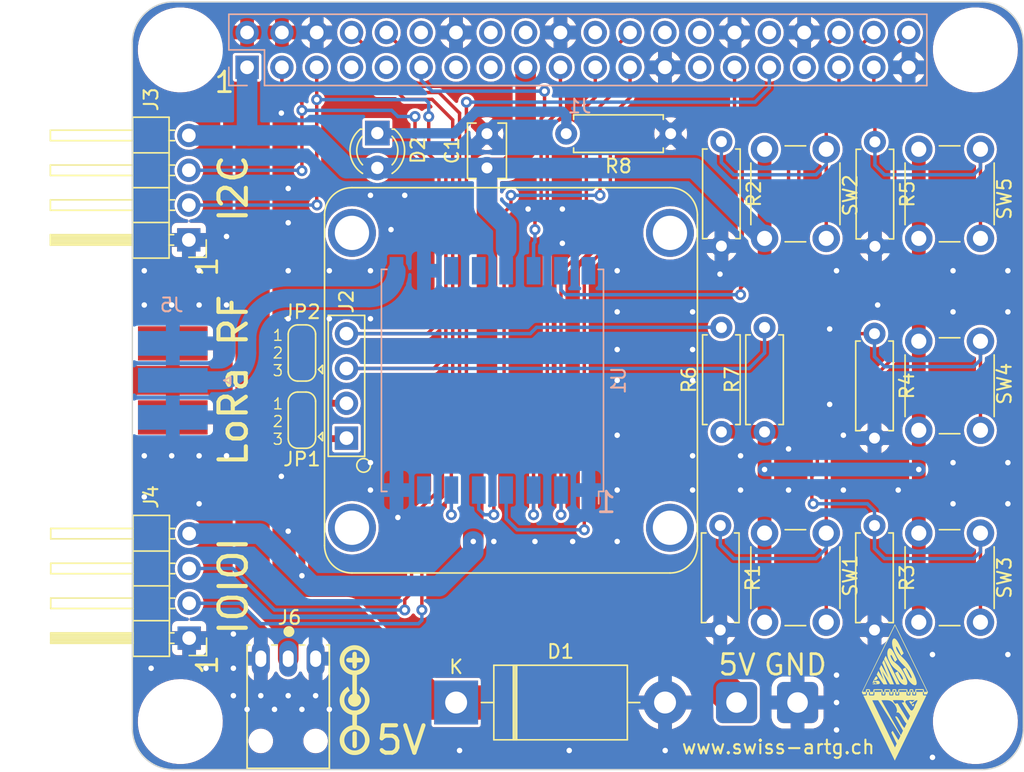
<source format=kicad_pcb>
(kicad_pcb (version 20221018) (generator pcbnew)
  (layers (0 "F.Cu" signal) (31 "B.Cu" signal) (34 "B.Paste" user) (35 "F.Paste" user) (36 "B.SilkS" user "B.Silkscreen") (37 "F.SilkS" user "F.Silkscreen") (38 "B.Mask" user) (39 "F.Mask" user) (44 "Edge.Cuts" user))
  (net 0 "")
  (net 1 "+3V3")
  (net 2 "+5V")
  (net 3 "SDA")
  (net 4 "Net-(D2-K)")
  (net 5 "SCL")
  (net 6 "GND")
  (net 8 "TX")
  (net 9 "SW4")
  (net 10 "RX")
  (net 12 "DID0")
  (net 13 "SW3")
  (net 16 "SW5")
  (net 18 "MOSI")
  (net 19 "SW2")
  (net 20 "MISO")
  (net 22 "SCK")
  (net 23 "CS")
  (net 24 "SW1")
  (net 28 "DID1")
  (net 30 "RESET")
  (net 34 "Net-(J5-In)")
  (net 37 "DP1")
  (net 38 "DP2")
  (footprint "RPi_Hat:RPi_Hat_Mounting_Hole" (layer "F.Cu") (at 171.900001 75.5)
    (fp_text reference "" hide)
    (fp_text value "" hide)
  )
  (footprint "RPi_Hat:RPi_Hat_Mounting_Hole" (layer "F.Cu") (at 113.900001 75.5)
    (fp_text reference "" hide)
    (fp_text value "" hide)
  )
  (footprint "RPi_Hat:RPi_Hat_Mounting_Hole" (layer "F.Cu") (at 113.900001 124.5)
    (fp_text reference "" hide)
    (fp_text value "" hide)
  )
  (footprint "RPi_Hat:RPi_Hat_Mounting_Hole" (layer "F.Cu") (at 171.900001 124.5)
    (fp_text reference "" hide)
    (fp_text value "" hide)
  )
  (footprint "Footprints:PJ-036DH" (layer "F.Cu") (at 121.77 119.9125 90)
    (fp_text reference "J6")
    (fp_text value "PJ-036DH")
  )
  (footprint "Diode_THT:D_DO-201AD_P15.24mm_Horizontal" (layer "F.Cu") (at 134.02 123.11)
    (fp_text reference "D1")
    (fp_text value "EGP30A")
  )
  (footprint "Footprints:R_Axial_DIN0207_L6.3mm_D2.5mm_P7.62mm_Horizontal" (layer "F.Cu") (at 164.57 82.21 -90)
    (fp_text reference "R5")
    (fp_text value "10k")
  )
  (footprint "Footprints:SwissARTG" (layer "F.Cu") (at 166.02 122.36)
    (fp_text reference "G***" hide)
    (fp_text value "LOGO" hide)
  )
  (footprint "Jumper:SolderJumper-3_P1.3mm_Open_RoundedPad1.0x1.5mm" (layer "F.Cu") (at 122.77 97.61 90)
    (fp_text reference "JP2")
    (fp_text value "Jumper_3_Bridged12")
  )
  (footprint "Button_Switch_THT:SW_PUSH_6mm_H4.3mm" (layer "F.Cu") (at 167.77 89.25 90)
    (fp_text reference "SW5")
    (fp_text value "SW_Push")
  )
  (footprint "Capacitor_THT:C_Disc_D3.8mm_W2.6mm_P2.50mm" (layer "F.Cu") (at 136.27 84.11 90)
    (fp_text reference "C1")
    (fp_text value "0.1µ")
  )
  (footprint "Footprints:R_Axial_DIN0207_L6.3mm_D2.5mm_P7.62mm_Horizontal" (layer "F.Cu") (at 164.54 96.2 -90)
    (fp_text reference "R4")
    (fp_text value "10k")
  )
  (footprint "Footprints:R_Axial_DIN0207_L6.3mm_D2.5mm_P7.62mm_Horizontal" (layer "F.Cu") (at 153.37 82.19 -90)
    (fp_text reference "R2")
    (fp_text value "10k")
  )
  (footprint "Footprints:OLED_Display" (layer "F.Cu") (at 126.02 96.2)
    (fp_text reference "J2")
    (fp_text value "OLED Display")
  )
  (footprint "Button_Switch_THT:SW_PUSH_6mm_H4.3mm" (layer "F.Cu") (at 156.52 117.25 90)
    (fp_text reference "SW1")
    (fp_text value "SW_Push")
  )
  (footprint "Footprints:R_Axial_DIN0207_L6.3mm_D2.5mm_P7.62mm_Horizontal" (layer "F.Cu") (at 156.52 103.37 90)
    (fp_text reference "R7")
    (fp_text value "10k")
  )
  (footprint "Jumper:SolderJumper-3_P1.3mm_Open_RoundedPad1.0x1.5mm" (layer "F.Cu") (at 122.77 102.51 90)
    (fp_text reference "JP1")
    (fp_text value "Jumper_3_Bridged12")
  )
  (footprint "Footprints:SolderWire" (layer "F.Cu") (at 158.927745 123.11 180)
    (fp_text reference "J8" hide)
    (fp_text value "Conn_01x01_Female")
  )
  (footprint "Button_Switch_THT:SW_PUSH_6mm_H4.3mm" (layer "F.Cu") (at 156.52 89.25 90)
    (fp_text reference "SW2")
    (fp_text value "SW_Push")
  )
  (footprint "Footprints:SolderWire" (layer "F.Cu") (at 154.477745 123.11 180)
    (fp_text reference "J7" hide)
    (fp_text value "Conn_01x01_Female")
  )
  (footprint "Footprints:R_Axial_DIN0207_L6.3mm_D2.5mm_P7.62mm_Horizontal" (layer "F.Cu") (at 153.29 110.2 -90)
    (fp_text reference "R1")
    (fp_text value "10k")
  )
  (footprint "Footprints:R_Axial_DIN0207_L6.3mm_D2.5mm_P7.62mm_Horizontal" (layer "F.Cu") (at 153.37 103.37 90)
    (fp_text reference "R6")
    (fp_text value "10k")
  )
  (footprint "Connector_PinHeader_2.54mm:PinHeader_1x04_P2.54mm_Horizontal" (layer "F.Cu") (at 114.545 118.41 180)
    (fp_text reference "J4")
    (fp_text value "Ext")
  )
  (footprint "Footprints:R_Axial_DIN0207_L6.3mm_D2.5mm_P7.62mm_Horizontal" (layer "F.Cu") (at 149.67 81.61 180)
    (fp_text reference "R8")
    (fp_text value "150")
  )
  (footprint "Footprints:LED_D3.0mm" (layer "F.Cu") (at 128.27 81.57 -90)
    (fp_text reference "D2")
    (fp_text value "PWR")
  )
  (footprint "Button_Switch_THT:SW_PUSH_6mm_H4.3mm" (layer "F.Cu") (at 167.77 103.25 90)
    (fp_text reference "SW4")
    (fp_text value "SW_Push")
  )
  (footprint "Connector_PinHeader_2.54mm:PinHeader_1x04_P2.54mm_Horizontal" (layer "F.Cu") (at 114.52 89.36 180)
    (fp_text reference "J3")
    (fp_text value "Ext")
  )
  (footprint "Footprints:R_Axial_DIN0207_L6.3mm_D2.5mm_P7.62mm_Horizontal" (layer "F.Cu") (at 164.54 110.2 -90)
    (fp_text reference "R3")
    (fp_text value "10k")
  )
  (footprint "Button_Switch_THT:SW_PUSH_6mm_H4.3mm" (layer "F.Cu") (at 167.77 117.25 90)
    (fp_text reference "SW3")
    (fp_text value "SW_Push")
  )
  (footprint "Footprints:Polarisation" (layer "F.Cu") (at 127.02 122.86 90)
    (fp_text reference "G***" hide)
    (fp_text value "LOGO" hide)
  )
  (footprint "Connector_PinSocket_2.54mm:PinSocket_2x20_P2.54mm_Vertical" (layer "B.Cu") (at 118.77 76.77 -90)
    (fp_text reference "J1")
    (fp_text value "GPIO")
  )
  (footprint "RF_Module:HOPERF_RFM9XW_SMD" (layer "B.Cu") (at 136.67 99.61 90)
    (fp_text reference "U1")
    (fp_text value "RFM96W-433S2")
  )
  (footprint "Footprints:SMA_RFSolutions_EDGE" (layer "B.Cu") (at 115.07 99.61)
    (fp_text reference "J5")
    (fp_text value "LoRa RF SMA")
  )
  (gr_circle (center 127.27 105.81) (end 127.77 105.81) (stroke (width 0.12)) (fill none) (layer "F.SilkS"))
  (gr_arc (start 113.400001 128) (mid 111.278681 127.12132) (end 110.400001 125) (stroke (width 0.1)) (layer "Edge.Cuts"))
  (gr_arc (start 175.400001 125) (mid 174.521321 127.12132) (end 172.400001 128) (stroke (width 0.1)) (layer "Edge.Cuts"))
  (gr_arc (start 110.400001 75) (mid 111.278681 72.87868) (end 113.400001 72) (stroke (width 0.1)) (layer "Edge.Cuts"))
  (gr_line (start 113.400001 72) (end 172.400001 72) (stroke (width 0.1)) (layer "Edge.Cuts"))
  (gr_arc (start 172.400001 72) (mid 174.521321 72.87868) (end 175.400001 75) (stroke (width 0.1)) (layer "Edge.Cuts"))
  (gr_line (start 113.400001 128) (end 172.400001 128) (stroke (width 0.1)) (layer "Edge.Cuts"))
  (gr_line (start 110.400001 75) (end 110.400001 125) (stroke (width 0.1)) (layer "Edge.Cuts"))
  (gr_line (start 175.400001 75) (end 175.400001 125) (stroke (width 0.1)) (layer "Edge.Cuts"))
  (gr_text "1" (at 144.97 108.51) (layer "B.SilkS") (effects (font (size 1.5 1.5) (thickness 0.2)) (justify mirror)))
  (gr_text "IOIOI" (at 117.77 114.61 90) (layer "F.SilkS") (effects (font (size 2 2) (thickness 0.3))))
  (gr_text "1\n2\n3" (at 121.02 97.61) (layer "F.SilkS") (effects (font (size 0.8 0.8) (thickness 0.1))))
  (gr_text "I2C" (at 117.77 85.61 90) (layer "F.SilkS") (effects (font (size 2 2) (thickness 0.3))))
  (gr_text "5V" (at 130.02 125.86) (layer "F.SilkS") (effects (font (size 2 2) (thickness 0.3))))
  (gr_text "GND" (at 158.77 120.36) (layer "F.SilkS") (effects (font (size 1.5 1.5) (thickness 0.2))))
  (gr_text "1\n2\n3" (at 121.02 102.61) (layer "F.SilkS") (effects (font (size 0.8 0.8) (thickness 0.1))))
  (gr_text "LoRa RF" (at 117.77 99.61 90) (layer "F.SilkS") (effects (font (size 2 2) (thickness 0.3))))
  (gr_text "www.swiss-artg.ch" (at 157.52 126.36) (layer "F.SilkS") (effects (font (size 1 1))))
  (gr_text "1" (at 117.12 77.86) (layer "F.SilkS") (effects (font (size 1.5 1.5) (thickness 0.2))))
  (gr_text "5V" (at 154.52 120.36) (layer "F.SilkS") (effects (font (size 1.5 1.5) (thickness 0.2))))
  (gr_text "1" (at 115.87 91.31 90) (layer "F.SilkS") (effects (font (size 1.5 1.5) (thickness 0.2))))
  (gr_text "1" (at 115.87 120.36 90) (layer "F.SilkS") (effects (font (size 1.5 1.5) (thickness 0.2))))
  (segment (start 156.52 110.75) (end 156.52 117.25) (width 1) (layer "F.Cu") (net 1))
  (segment (start 167.77 82.75) (end 167.77 89.25) (width 1) (layer "F.Cu") (net 1))
  (segment (start 121.920978 96.31) (end 121.27 96.960978) (width 0.5) (layer "F.Cu") (net 1))
  (segment (start 137.77 84.11) (end 139.09 82.79) (width 1.5) (layer "F.Cu") (net 1))
  (segment (start 167.77 103.25) (end 167.77 110.75) (width 1) (layer "F.Cu") (net 1))
  (segment (start 121.27 103.11) (end 121.97 103.81) (width 0.5) (layer "F.Cu") (net 1))
  (segment (start 139.09 82.79) (end 139.09 76.77) (width 1.5) (layer "F.Cu") (net 1))
  (segment (start 158.02 103.36) (end 156.52 103.36) (width 1) (layer "F.Cu") (net 1))
  (segment (start 156.52 106.11) (end 156.52 103.36) (width 1) (layer "F.Cu") (net 1))
  (segment (start 167.77 110.75) (end 167.77 117.25) (width 1) (layer "F.Cu") (net 1))
  (segment (start 121.27 96.960978) (end 121.27 103.11) (width 0.5) (layer "F.Cu") (net 1))
  (segment (start 122.77 103.81) (end 122.77 113.86) (width 0.5) (layer "F.Cu") (net 1))
  (segment (start 156.52 89.25) (end 156.52 91.86) (width 1) (layer "F.Cu") (net 1))
  (segment (start 122.77 96.31) (end 121.920978 96.31) (width 0.5) (layer "F.Cu") (net 1))
  (segment (start 167.77 89.25) (end 167.77 96.75) (width 1) (layer "F.Cu") (net 1))
  (segment (start 121.97 103.81) (end 122.77 103.81) (width 0.5) (layer "F.Cu") (net 1))
  (segment (start 136.27 101.61) (end 135.27 102.61) (width 1.5) (layer "F.Cu") (net 1))
  (segment (start 156.52 110.75) (end 156.52 106.11) (width 1) (layer "F.Cu") (net 1))
  (segment (start 159.02 102.36) (end 158.02 103.36) (width 1) (layer "F.Cu") (net 1))
  (segment (start 135.27 111.36) (end 135.27 102.61) (width 1.5) (layer "F.Cu") (net 1))
  (segment (start 156.52 91.86) (end 159.02 94.36) (width 1) (layer "F.Cu") (net 1))
  (segment (start 156.52 103.36) (end 153.37 103.36) (width 1) (layer "F.Cu") (net 1))
  (segment (start 136.27 84.11) (end 136.27 101.61) (width 1.5) (layer "F.Cu") (net 1))
  (segment (start 159.02 94.36) (end 159.02 102.36) (width 1) (layer "F.Cu") (net 1))
  (segment (start 167.77 96.75) (end 167.77 103.25) (width 1) (layer "F.Cu") (net 1))
  (segment (start 137.77 84.11) (end 136.27 84.11) (width 1.5) (layer "F.Cu") (net 1))
  (segment (start 156.52 82.75) (end 156.52 89.25) (width 1) (layer "F.Cu") (net 1))
  (via (at 156.52 106.11) (size 0.8) (drill 0.4) (layers "F.Cu" "B.Cu") (net 1))
  (via (at 122.77 113.86) (size 0.8) (drill 0.4) (layers "F.Cu" "B.Cu") (net 1))
  (via (at 167.77 106.11) (size 0.8) (drill 0.4) (layers "F.Cu" "B.Cu") (net 1))
  (via (at 135.27 111.36) (size 0.8) (drill 0.4) (layers "F.Cu" "B.Cu") (net 1))
  (segment (start 122.77 113.86) (end 123.52 114.61) (width 1.5) (layer "B.Cu") (net 1))
  (segment (start 151.395 84.125) (end 156.52 89.25) (width 1.5) (layer "B.Cu") (net 1))
  (segment (start 136.285 84.125) (end 151.395 84.125) (width 1.5) (layer "B.Cu") (net 1))
  (segment (start 136.27 86.91) (end 136.27 84.11) (width 1.5) (layer "B.Cu") (net 1))
  (segment (start 114.545 110.79) (end 119.7 110.79) (width 1.5) (layer "B.Cu") (net 1))
  (segment (start 119.7 110.79) (end 122.77 113.86) (width 1.5) (layer "B.Cu") (net 1))
  (segment (start 126.035 84.125) (end 127.77 84.125) (width 1.5) (layer "B.Cu") (net 1))
  (segment (start 123.52 114.61) (end 132.77 114.61) (width 1.5) (layer "B.Cu") (net 1))
  (segment (start 123.65 81.74) (end 126.035 84.125) (width 1.5) (layer "B.Cu") (net 1))
  (segment (start 114.52 81.74) (end 118.89 81.74) (width 1.5) (layer "B.Cu") (net 1))
  (segment (start 156.52 106.11) (end 167.77 106.11) (width 1) (layer "B.Cu") (net 1))
  (segment (start 137.67 88.31) (end 137.67 90.01) (width 1.5) (layer "B.Cu") (net 1))
  (segment (start 136.27 84.14) (end 136.285 84.125) (width 1.5) (layer "B.Cu") (net 1))
  (segment (start 136.27 86.91) (end 137.67 88.31) (width 1.5) (layer "B.Cu") (net 1))
  (segment (start 137.67 91.61) (end 137.67 90.01) (width 0.75) (layer "B.Cu") (net 1))
  (segment (start 118.77 81.62) (end 118.77 76.77) (width 1.5) (layer "B.Cu") (net 1))
  (segment (start 135.035 84.125) (end 136.285 84.125) (width 1.5) (layer "B.Cu") (net 1))
  (segment (start 118.89 81.74) (end 123.65 81.74) (width 1.5) (layer "B.Cu") (net 1))
  (segment (start 118.89 81.74) (end 118.77 81.62) (width 1.5) (layer "B.Cu") (net 1))
  (segment (start 132.77 114.61) (end 135.27 112.11) (width 1.5) (layer "B.Cu") (net 1))
  (segment (start 127.77 84.125) (end 135.035 84.125) (width 1.5) (layer "B.Cu") (net 1))
  (segment (start 135.27 112.11) (end 135.27 111.36) (width 1.5) (layer "B.Cu") (net 1))
  (segment (start 141.27 123.11) (end 144.77 119.61) (width 2.5) (layer "F.Cu") (net 2))
  (segment (start 144.77 119.61) (end 150.977745 119.61) (width 2.5) (layer "F.Cu") (net 2))
  (segment (start 121.47 116.86) (end 126.02 116.86) (width 2.5) (layer "F.Cu") (net 2))
  (segment (start 119.17 114.56) (end 121.47 116.86) (width 2.5) (layer "F.Cu") (net 2))
  (segment (start 121.77 117.16) (end 121.47 116.86) (width 1.5) (layer "F.Cu") (net 2))
  (segment (start 126.02 116.86) (end 132.27 123.11) (width 2.5) (layer "F.Cu") (net 2))
  (segment (start 121.77 119.9125) (end 121.77 117.16) (width 1.5) (layer "F.Cu") (net 2))
  (segment (start 132.27 123.11) (end 134.02 123.11) (width 2.5) (layer "F.Cu") (net 2))
  (segment (start 150.977745 119.61) (end 154.477745 123.11) (width 2.5) (layer "F.Cu") (net 2))
  (segment (start 119.17 80.01) (end 119.17 114.56) (width 2.5) (layer "F.Cu") (net 2))
  (segment (start 134.02 123.11) (end 141.27 123.11) (width 2.5) (layer "F.Cu") (net 2))
  (segment (start 132.77 84.61) (end 132.77 95.36) (width 0.25) (layer "F.Cu") (net 3))
  (segment (start 122.77 79.91) (end 122.77 84.11) (width 0.25) (layer "F.Cu") (net 3))
  (segment (start 131.02 80.36) (end 131.02 82.86) (width 0.25) (layer "F.Cu") (net 3))
  (segment (start 131.02 82.86) (end 132.77 84.61) (width 0.25) (layer "F.Cu") (net 3))
  (segment (start 121.31 77.9) (end 122.77 79.36) (width 0.25) (layer "F.Cu") (net 3))
  (segment (start 122.77 79.36) (end 122.77 79.91) (width 0.25) (layer "F.Cu") (net 3))
  (segment (start 121.31 76.77) (end 121.31 77.9) (width 0.25) (layer "F.Cu") (net 3))
  (segment (start 131.93 96.2) (end 126.02 96.2) (width 0.25) (layer "F.Cu") (net 3))
  (segment (start 132.77 95.36) (end 131.93 96.2) (width 0.25) (layer "F.Cu") (net 3))
  (via (at 131.02 80.36) (size 0.8) (drill 0.4) (layers "F.Cu" "B.Cu") (net 3))
  (via (at 122.77 79.91) (size 0.8) (drill 0.4) (layers "F.Cu" "B.Cu") (net 3))
  (via (at 122.77 84.31) (size 0.8) (drill 0.4) (layers "F.Cu" "B.Cu") (net 3))
  (segment (start 139.89 95.74) (end 153.37 95.74) (width 0.25) (layer "B.Cu") (net 3))
  (segment (start 122.74 84.28) (end 114.52 84.28) (width 0.25) (layer "B.Cu") (net 3))
  (segment (start 129.32 79.91) (end 129.77 80.36) (width 0.25) (layer "B.Cu") (net 3))
  (segment (start 122.77 79.91) (end 129.32 79.91) (width 0.25) (layer "B.Cu") (net 3))
  (segment (start 122.77 84.31) (end 122.74 84.28) (width 0.25) (layer "B.Cu") (net 3))
  (segment (start 139.43 96.2) (end 139.89 95.74) (width 0.25) (layer "B.Cu") (net 3))
  (segment (start 129.77 80.36) (end 131.02 80.36) (width 0.25) (layer "B.Cu") (net 3))
  (segment (start 126.02 96.2) (end 139.43 96.2) (width 0.25) (layer "B.Cu") (net 3))
  (segment (start 133.895 81.585) (end 135.47 80.01) (width 0.75) (layer "B.Cu") (net 4))
  (segment (start 142.07 80.31) (end 142.06 80.32) (width 0.75) (layer "B.Cu") (net 4))
  (segment (start 141.77 80.01) (end 142.07 80.31) (width 0.75) (layer "B.Cu") (net 4))
  (segment (start 135.47 80.01) (end 141.77 80.01) (width 0.75) (layer "B.Cu") (net 4))
  (segment (start 142.06 80.32) (end 142.06 81.61) (width 0.75) (layer "B.Cu") (net 4))
  (segment (start 128.27 81.585) (end 133.895 81.585) (width 0.75) (layer "B.Cu") (net 4))
  (segment (start 132.02 83.11) (end 133.27 84.36) (width 0.25) (layer "F.Cu") (net 5))
  (segment (start 123.85 86.79) (end 123.87 86.81) (width 0.25) (layer "F.Cu") (net 5))
  (segment (start 123.85 76.77) (end 123.85 79.13) (width 0.25) (layer "F.Cu") (net 5))
  (segment (start 123.85 79.13) (end 123.85 86.79) (width 0.25) (layer "F.Cu") (net 5))
  (segment (start 132.39 98.74) (end 126.02 98.74) (width 0.25) (layer "F.Cu") (net 5))
  (segment (start 133.27 84.36) (end 133.27 97.86) (width 0.25) (layer "F.Cu") (net 5))
  (segment (start 133.27 97.86) (end 132.39 98.74) (width 0.25) (layer "F.Cu") (net 5))
  (segment (start 132.02 80.36) (end 132.02 83.11) (width 0.25) (layer "F.Cu") (net 5))
  (via (at 123.87 86.81) (size 0.8) (drill 0.4) (layers "F.Cu" "B.Cu") (net 5))
  (via (at 132.02 80.36) (size 0.8) (drill 0.4) (layers "F.Cu" "B.Cu") (net 5))
  (via (at 123.85 79.13) (size 0.8) (drill 0.4) (layers "F.Cu" "B.Cu") (net 5))
  (segment (start 129.29 79.13) (end 131.79 79.13) (width 0.25) (layer "B.Cu") (net 5))
  (segment (start 131.79 79.13) (end 132.02 79.36) (width 0.25) (layer "B.Cu") (net 5))
  (segment (start 126.02 98.74) (end 134.64 98.74) (width 0.25) (layer "B.Cu") (net 5))
  (segment (start 132.02 79.36) (end 132.02 80.36) (width 0.25) (layer "B.Cu") (net 5))
  (segment (start 134.64 98.74) (end 155.39 98.74) (width 0.25) (layer "B.Cu") (net 5))
  (segment (start 123.87 79.11) (end 123.85 79.13) (width 0.25) (layer "B.Cu") (net 5))
  (segment (start 155.39 98.74) (end 156.52 97.61) (width 0.25) (layer "B.Cu") (net 5))
  (segment (start 156.52 97.61) (end 156.52 95.74) (width 0.25) (layer "B.Cu") (net 5))
  (segment (start 123.87 86.81) (end 123.86 86.82) (width 0.25) (layer "B.Cu") (net 5))
  (segment (start 123.85 79.13) (end 129.29 79.13) (width 0.25) (layer "B.Cu") (net 5))
  (segment (start 123.86 86.82) (end 114.52 86.82) (width 0.25) (layer "B.Cu") (net 5))
  (via (at 117.27 105.11) (size 0.8) (drill 0.4) (layers "F.Cu" "B.Cu") (net 6))
  (via (at 166.27 107.61) (size 0.8) (drill 0.4) (layers "F.Cu" "B.Cu") (net 6))
  (via (at 111.27 91.61) (size 0.8) (drill 0.4) (layers "F.Cu" "B.Cu") (net 6))
  (via (at 121.77 95.11) (size 0.8) (drill 0.4) (layers "F.Cu" "B.Cu") (net 6))
  (via (at 121.77 110.61) (size 0.8) (drill 0.4) (layers "F.Cu" "B.Cu") (net 6))
  (via (at 121.27 106.61) (size 0.8) (drill 0.4) (layers "F.Cu" "B.Cu") (net 6))
  (via (at 124.77 95.11) (size 0.8) (drill 0.4) (layers "F.Cu" "B.Cu") (net 6))
  (via (at 145.77 97.36) (size 0.8) (drill 0.4) (layers "F.Cu" "B.Cu") (net 6))
  (via (at 158.27 104.61) (size 0.8) (drill 0.4) (layers "F.Cu" "B.Cu") (net 6))
  (via (at 142.52 111.36) (size 0.8) (drill 0.4) (layers "F.Cu" "B.Cu") (net 6))
  (via (at 139.27 87.11) (size 0.8) (drill 0.4) (layers "F.Cu" "B.Cu") (net 6))
  (via (at 161.77 91.61) (size 0.8) (drill 0.4) (layers "F.Cu" "B.Cu") (net 6))
  (via (at 164.77 94.11) (size 0.8) (drill 0.4) (layers "F.Cu" "B.Cu") (net 6))
  (via (at 151.27 107.61) (size 0.8) (drill 0.4) (layers "F.Cu" "B.Cu") (net 6))
  (via (at 141.77 87.11) (size 0.8) (drill 0.4) (layers "F.Cu" "B.Cu") (net 6))
  (via (at 170.27 94.61) (size 0.8) (drill 0.4) (layers "F.Cu" "B.Cu") (net 6))
  (via (at 121.77 122.61) (size 0.8) (drill 0.4) (layers "F.Cu" "B.Cu") (net 6))
  (via (at 174.27 108.61) (size 0.8) (drill 0.4) (layers "F.Cu" "B.Cu") (net 6))
  (via (at 115.27 105.11) (size 0.8) (drill 0.4) (layers "F.Cu" "B.Cu") (net 6))
  (via (at 113.27 105.11) (size 0.8) (drill 0.4) (layers "F.Cu" "B.Cu") (net 6))
  (via (at 162.27 107.61) (size 0.8) (drill 0.4) (layers "F.Cu" "B.Cu") (net 6))
  (via (at 111.27 108.11) (size 0.8) (drill 0.4) (layers "F.Cu" "B.Cu") (net 6))
  (via (at 151.27 99.61) (size 0.8) (drill 0.4) (layers "F.Cu" "B.Cu") (net 6))
  (via (at 115.27 108.61) (size 0.8) (drill 0.4) (layers "F.Cu" "B.Cu") (net 6))
  (via (at 154.77 105.11) (size 0.8) (drill 0.4) (layers "F.Cu" "B.Cu") (net 6))
  (via (at 145.77 94.61) (size 0.8) (drill 0.4) (layers "F.Cu" "B.Cu") (net 6))
  (via (at 154.77 107.61) (size 0.8) (drill 0.4) (layers "F.Cu" "B.Cu") (net 6))
  (via (at 161.77 121.11) (size 0.8) (drill 0.4) (layers "F.Cu" "B.Cu") (net 6))
  (via (at 162.27 103.61) (size 0.8) (drill 0.4) (layers "F.Cu" "B.Cu") (net 6))
  (via (at 174.27 105.61) (size 0.8) (drill 0.4) (layers "F.Cu" "B.Cu") (net 6))
  (via (at 121.77 85.61) (size 0.8) (drill 0.4) (layers "F.Cu" "B.Cu") (net 6))
  (via (at 118.77 123.61) (size 0.8) (drill 0.4) (layers "F.Cu" "B.Cu") (net 6))
  (via (at 149.27 126.61) (size 0.8) (drill 0.4) (layers "F.Cu" "B.Cu") (net 6))
  (via (at 168.77 119.61) (size 0.8) (drill 0.4) (layers "F.Cu" "B.Cu") (net 6))
  (via (at 127.77 107.61) (size 0.8) (drill 0.4) (layers "F.Cu" "B.Cu") (net 6))
  (via (at 127.77 91.61) (size 0.8) (drill 0.4) (layers "F.Cu" "B.Cu") (net 6))
  (via (at 170.27 105.61) (size 0.8) (drill 0.4) (layers "F.Cu" "B.Cu") (net 6))
  (via (at 151.27 105.11) (size 0.8) (drill 0.4) (layers "F.Cu" "B.Cu") (net 6))
  (via (at 117.77 118.11) (size 0.8) (drill 0.4) (layers "F.Cu" "B.Cu") (net 6))
  (via (at 174.27 91.61) (size 0.8) (drill 0.4) (layers "F.Cu" "B.Cu") (net 6))
  (via (at 122.77 123.61) (size 0.8) (drill 0.4) (layers "F.Cu" "B.Cu") (net 6))
  (via (at 161.77 125.11) (size 0.8) (drill 0.4) (layers "F.Cu" "B.Cu") (net 6))
  (via (at 145.77 103.61) (size 0.8) (drill 0.4) (layers "F.Cu" "B.Cu") (net 6))
  (via (at 151.27 94.61) (size 0.8) (drill 0.4) (layers "F.Cu" "B.Cu") (net 6))
  (via (at 120.77 123.61) (size 0.8) (drill 0.4) (layers "F.Cu" "B.Cu") (net 6))
  (via (at 136.77 111.36) (size 0.8) (drill 0.4) (layers "F.Cu" "B.Cu") (net 6))
  (via (at 111.77 120.61) (size 0.8) (drill 0.4) (layers "F.Cu" "B.Cu") (net 6))
  (via (at 145.77 111.36) (size 0.8) (drill 0.4) (layers "F.Cu" "B.Cu") (net 6))
  (via (at 134.27 126.61) (size 0.8) (drill 0.4) (layers "F.Cu" "B.Cu") (net 6))
  (via (at 161.27 95.86) (size 0.8) (drill 0.4) (layers "F.Cu" "B.Cu") (net 6))
  (via (at 145.77 107.61) (size 0.8) (drill 0.4) (layers "F.Cu" "B.Cu") (net 6))
  (via (at 158.27 107.61) (size 0.8) (drill 0.4) (layers "F.Cu" "B.Cu") (net 6))
  (via (at 161.27 101.36) (size 0.8) (drill 0.4) (layers "F.Cu" "B.Cu") (net 6))
  (via (at 117.77 122.61) (size 0.8) (drill 0.4) (layers "F.Cu" "B.Cu") (net 6))
  (via (at 129.27 88.61) (size 0.8) (drill 0.4) (layers "F.Cu" "B.Cu") (net 6))
  (via (at 124.77 123.61) (size 0.8) (drill 0.4) (layers "F.Cu" "B.Cu") (net 6))
  (via (at 113.27 94.11) (size 0.8) (drill 0.4) (layers "F.Cu" "B.Cu") (net 6))
  (via (at 117.77 120.61) (size 0.8) (drill 0.4) (layers "F.Cu" "B.Cu") (net 6))
  (via (at 115.27 91.61) (size 0.8) (drill 0.4) (layers "F.Cu" "B.Cu") (net 6))
  (via (at 115.77 120.61) (size 0.8) (drill 0.4) (layers "F.Cu" "B.Cu") (net 6))
  (via (at 111.27 105.11) (size 0.8) (drill 0.4) (layers "F.Cu" "B.Cu") (net 6))
  (via (at 129.77 109.61) (size 0.8) (drill 0.4) (layers "F.Cu" "B.Cu") (net 6))
  (via (at 161.77 123.11) (size 0.8) (drill 0.4) (layers "F.Cu" "B.Cu") (net 6))
  (via (at 151.27 97.36) (size 0.8) (drill 0.4) (layers "F.Cu" "B.Cu") (net 6))
  (via (at 124.77 91.61) (size 0.8) (drill 0.4) (layers "F.Cu" "B.Cu") (net 6))
  (via (at 130.27 86.11) (size 0.8) (drill 0.4) (layers "F.Cu" "B.Cu") (net 6))
  (via (at 121.27 80.11) (size 0.8) (drill 0.4) (layers "F.Cu" "B.Cu") (net 6))
  (via (at 174.27 94.61) (size 0.8) (drill 0.4) (layers "F.Cu" "B.Cu") (net 6))
  (via (at 121.77 88.11) (size 0.8) (drill 0.4) (layers "F.Cu" "B.Cu") (net 6))
  (via (at 170.27 108.61) (size 0.8) (drill 0.4) (layers "F.Cu" "B.Cu") (net 6))
  (via (at 111.27 94.11) (size 0.8) (drill 0.4) (layers "F.Cu" "B.Cu") (net 6))
  (via (at 127.77 95.11) (size 0.8) (drill 0.4) (layers "F.Cu" "B.Cu") (net 6))
  (via (at 119.77 122.61) (size 0.8) (drill 0.4) (layers "F.Cu" "B.Cu") (net 6))
  (via (at 115.27 94.11) (size 0.8) (drill 0.4) (layers "F.Cu" "B.Cu") (net 6))
  (via (at 127.77 105.61) (size 0.8) (drill 0.4) (layers "F.Cu" "B.Cu") (net 6))
  (via (at 121.77 91.61) (size 0.8) (drill 0.4) (layers "F.Cu" "B.Cu") (net 6))
  (via (at 142.27 126.61) (size 0.8) (drill 0.4) (layers "F.Cu" "B.Cu") (net 6))
  (via (at 153.27 91.86) (size 0.8) (drill 0.4) (layers "F.Cu" "B.Cu") (net 6))
  (via (at 123.77 122.61) (size 0.8) (drill 0.4) (layers "F.Cu" "B.Cu") (net 6))
  (via (at 117.27 94.11) (size 0.8) (drill 0.4) (layers "F.Cu" "B.Cu") (net 6))
  (via (at 145.77 99.61) (size 0.8) (drill 0.4) (layers "F.Cu" "B.Cu") (net 6))
  (via (at 168.77 127.11) (size 0.8) (drill 0.4) (layers "F.Cu" "B.Cu") (net 6))
  (via (at 127.77 86.11) (size 0.8) (drill 0.4) (layers "F.Cu" "B.Cu") (net 6))
  (via (at 145.77 91.61) (size 0.8) (drill 0.4) (layers "F.Cu" "B.Cu") (net 6))
  (via (at 139.77 111.36) (size 0.8) (drill 0.4) (layers "F.Cu" "B.Cu") (net 6))
  (via (at 141.77 89.61) (size 0.8) (drill 0.4) (layers "F.Cu" "B.Cu") (net 6))
  (via (at 174.27 119.61) (size 0.8) (drill 0.4) (layers "F.Cu" "B.Cu") (net 6))
  (via (at 117.27 89.11) (size 0.8) (drill 0.4) (layers "F.Cu" "B.Cu") (net 6))
  (via (at 170.27 91.61) (size 0.8) (drill 0.4) (layers "F.Cu" "B.Cu") (net 6))
  (segment (start 128.27 78.61) (end 129.77 78.61) (width 0.25) (layer "F.Cu") (net 8))
  (segment (start 132.52 101.36) (end 133.77 100.11) (width 0.25) (layer "F.Cu") (net 8))
  (segment (start 127.66 75.5) (end 127.66 77.75) (width 0.25) (layer "F.Cu") (net 8))
  (segment (start 130.27 115.61) (end 130.77 115.11) (width 0.25) (layer "F.Cu") (net 8))
  (segment (start 130.77 109.61) (end 132.52 107.86) (width 0.25) (layer "F.Cu") (net 8))
  (segment (start 127.66 77.75) (end 127.66 78) (width 0.25) (layer "F.Cu") (net 8))
  (segment (start 133.77 100.11) (end 133.77 80.61) (width 0.25) (layer "F.Cu") (net 8))
  (segment (start 127.66 78) (end 128.27 78.61) (width 0.25) (layer "F.Cu") (net 8))
  (segment (start 130.77 115.11) (end 130.77 109.61) (width 0.25) (layer "F.Cu") (net 8))
  (segment (start 133.77 80.61) (end 132.27 79.11) (width 0.25) (layer "F.Cu") (net 8))
  (segment (start 130.27 116.36) (end 130.27 115.61) (width 0.25) (layer "F.Cu") (net 8))
  (segment (start 130.27 79.11) (end 132.27 79.11) (width 0.25) (layer "F.Cu") (net 8))
  (segment (start 126.39 74.23) (end 127.66 75.5) (width 0.25) (layer "F.Cu") (net 8))
  (segment (start 132.52 107.86) (end 132.52 101.36) (width 0.25) (layer "F.Cu") (net 8))
  (segment (start 129.77 78.61) (end 130.27 79.11) (width 0.25) (layer "F.Cu") (net 8))
  (via (at 130.27 116.36) (size 0.8) (drill 0.4) (layers "F.Cu" "B.Cu") (net 8))
  (segment (start 120.77 116.36) (end 117.74 113.33) (width 0.25) (layer "B.Cu") (net 8))
  (segment (start 117.74 113.33) (end 114.545 113.33) (width 0.25) (layer "B.Cu") (net 8))
  (segment (start 130.27 116.36) (end 120.77 116.36) (width 0.25) (layer "B.Cu") (net 8))
  (segment (start 161.95 78.68) (end 159.02 81.61) (width 0.25) (layer "F.Cu") (net 9))
  (segment (start 159.02 90.84) (end 161.36 93.18) (width 0.25) (layer "F.Cu") (net 9))
  (segment (start 172.27 96.75) (end 172.27 103.25) (width 0.25) (layer "F.Cu") (net 9))
  (segment (start 162.96 96.2) (end 164.54 96.2) (width 0.25) (layer "F.Cu") (net 9))
  (segment (start 159.02 90.84) (end 159.02 81.61) (width 0.25) (layer "F.Cu") (net 9))
  (segment (start 161.36 93.18) (end 161.36 94.6) (width 0.25) (layer "F.Cu") (net 9))
  (segment (start 161.95 76.77) (end 161.95 78.68) (width 0.25) (layer "F.Cu") (net 9))
  (segment (start 161.36 94.6) (end 162.96 96.2) (width 0.25) (layer "F.Cu") (net 9))
  (segment (start 172.27 98.11) (end 172.27 96.75) (width 0.25) (layer "B.Cu") (net 9))
  (segment (start 164.54 96.2) (end 164.54 97.88) (width 0.25) (layer "B.Cu") (net 9))
  (segment (start 171.77 98.61) (end 172.27 98.11) (width 0.25) (layer "B.Cu") (net 9))
  (segment (start 165.27 98.61) (end 171.77 98.61) (width 0.25) (layer "B.Cu") (net 9))
  (segment (start 164.54 97.88) (end 165.27 98.61) (width 0.25) (layer "B.Cu") (net 9))
  (segment (start 132.77 78.61) (end 134.27 80.11) (width 0.25) (layer "F.Cu") (net 10))
  (segment (start 134.27 100.61) (end 133.02 101.86) (width 0.25) (layer "F.Cu") (net 10))
  (segment (start 134.27 80.11) (end 134.27 100.61) (width 0.25) (layer "F.Cu") (net 10))
  (segment (start 133.02 108.11) (end 131.52 109.61) (width 0.25) (layer "F.Cu") (net 10))
  (segment (start 133.02 101.86) (end 133.02 108.11) (width 0.25) (layer "F.Cu") (net 10))
  (segment (start 131.52 109.61) (end 131.52 116.36) (width 0.25) (layer "F.Cu") (net 10))
  (segment (start 130.2 75.5) (end 128.93 74.23) (width 0.25) (layer "F.Cu") (net 10))
  (segment (start 130.2 78.04) (end 130.77 78.61) (width 0.25) (layer "F.Cu") (net 10))
  (segment (start 130.2 78.04) (end 130.2 75.5) (width 0.25) (layer "F.Cu") (net 10))
  (segment (start 130.77 78.61) (end 132.77 78.61) (width 0.25) (layer "F.Cu") (net 10))
  (via (at 131.52 116.36) (size 0.8) (drill 0.4) (layers "F.Cu" "B.Cu") (net 10))
  (segment (start 131.27 117.36) (end 119.77 117.36) (width 0.25) (layer "B.Cu") (net 10))
  (segment (start 131.52 116.36) (end 131.52 117.11) (width 0.25) (layer "B.Cu") (net 10))
  (segment (start 118.27 115.86) (end 118.26 115.87) (width 0.25) (layer "B.Cu") (net 10))
  (segment (start 131.52 117.11) (end 131.27 117.36) (width 0.25) (layer "B.Cu") (net 10))
  (segment (start 119.77 117.36) (end 118.27 115.86) (width 0.25) (layer "B.Cu") (net 10))
  (segment (start 118.26 115.87) (end 114.545 115.87) (width 0.25) (layer "B.Cu") (net 10))
  (segment (start 139.77 88.01) (end 139.77 88.61) (width 0.25) (layer "F.Cu") (net 12))
  (segment (start 140.47 78.31) (end 140.47 80.26) (width 0.25) (layer "F.Cu") (net 12))
  (segment (start 140.22 80.51) (end 140.22 87.56) (width 0.25) (layer "F.Cu") (net 12))
  (segment (start 140.22 87.56) (end 139.77 88.01) (width 0.25) (layer "F.Cu") (net 12))
  (segment (start 140.47 80.26) (end 140.22 80.51) (width 0.25) (layer "F.Cu") (net 12))
  (via (at 140.47 78.51) (size 0.8) (drill 0.4) (layers "F.Cu" "B.Cu") (net 12))
  (via (at 139.77 88.61) (size 0.8) (drill 0.4) (layers "F.Cu" "B.Cu") (net 12))
  (segment (start 132.27 78.51) (end 140.47 78.51) (width 0.25) (layer "B.Cu") (net 12))
  (segment (start 139.77 88.61) (end 139.77 89.51) (width 0.25) (layer "B.Cu") (net 12))
  (segment (start 131.47 77.71) (end 132.27 78.51) (width 0.25) (layer "B.Cu") (net 12))
  (segment (start 139.77 89.51) (end 139.67 89.61) (width 0.25) (layer "B.Cu") (net 12))
  (segment (start 139.67 89.61) (end 139.67 91.61) (width 0.25) (layer "B.Cu") (net 12))
  (segment (start 131.47 76.77) (end 131.47 77.71) (width 0.25) (layer "B.Cu") (net 12))
  (segment (start 158.27 80.86) (end 158.27 91.21) (width 0.25) (layer "F.Cu") (net 13))
  (segment (start 160.37 106.21) (end 159.97 106.61) (width 0.25) (layer "F.Cu") (net 13))
  (segment (start 159.97 108.51) (end 160.07 108.61) (width 0.25) (layer "F.Cu") (net 13))
  (segment (start 160.37 93.31) (end 160.37 106.21) (width 0.25) (layer "F.Cu") (net 13))
  (segment (start 160.69 75.49) (end 160.69 78.44) (width 0.25) (layer "F.Cu") (net 13))
  (segment (start 159.97 106.61) (end 159.97 108.51) (width 0.25) (layer "F.Cu") (net 13))
  (segment (start 158.27 91.21) (end 160.37 93.31) (width 0.25) (layer "F.Cu") (net 13))
  (segment (start 161.95 74.23) (end 160.69 75.49) (width 0.25) (layer "F.Cu") (net 13))
  (segment (start 160.69 78.44) (end 158.27 80.86) (width 0.25) (layer "F.Cu") (net 13))
  (segment (start 172.27 110.75) (end 172.27 117.25) (width 0.25) (layer "F.Cu") (net 13))
  (via (at 160.07 108.61) (size 0.8) (drill 0.4) (layers "F.Cu" "B.Cu") (net 13))
  (segment (start 171.77 112.61) (end 172.27 112.11) (width 0.25) (layer "B.Cu") (net 13))
  (segment (start 164.02 108.61) (end 164.54 109.13) (width 0.25) (layer "B.Cu") (net 13))
  (segment (start 165.27 112.61) (end 171.77 112.61) (width 0.25) (layer "B.Cu") (net 13))
  (segment (start 160.27 108.61) (end 164.02 108.61) (width 0.25) (layer "B.Cu") (net 13))
  (segment (start 164.54 111.88) (end 165.27 112.61) (width 0.25) (layer "B.Cu") (net 13))
  (segment (start 172.27 112.11) (end 172.27 110.75) (width 0.25) (layer "B.Cu") (net 13))
  (segment (start 164.54 109.13) (end 164.54 110.2) (width 0.25) (layer "B.Cu") (net 13))
  (segment (start 164.54 110.2) (end 164.54 111.88) (width 0.25) (layer "B.Cu") (net 13))
  (segment (start 160.07 108.61) (end 160.27 108.61) (width 0.25) (layer "B.Cu") (net 13))
  (segment (start 164.49 79.59) (end 164.57 79.67) (width 0.25) (layer "F.Cu") (net 16))
  (segment (start 164.49 76.77) (end 164.49 79.59) (width 0.25) (layer "F.Cu") (net 16))
  (segment (start 172.27 82.75) (end 172.27 89.25) (width 0.25) (layer "F.Cu") (net 16))
  (segment (start 164.57 79.67) (end 164.57 82.21) (width 0.25) (layer "F.Cu") (net 16))
  (segment (start 164.57 83.91) (end 165.27 84.61) (width 0.25) (layer "B.Cu") (net 16))
  (segment (start 165.27 84.61) (end 171.77 84.61) (width 0.25) (layer "B.Cu") (net 16))
  (segment (start 164.57 82.21) (end 164.57 83.91) (width 0.25) (layer "B.Cu") (net 16))
  (segment (start 171.77 84.61) (end 172.27 84.11) (width 0.25) (layer "B.Cu") (net 16))
  (segment (start 172.27 84.11) (end 172.27 82.75) (width 0.25) (layer "B.Cu") (net 16))
  (segment (start 139.67 104.46) (end 139.67 109.41) (width 0.25) (layer "F.Cu") (net 18))
  (segment (start 141.63 79.85) (end 140.67 80.81) (width 0.25) (layer "F.Cu") (net 18))
  (segment (start 141.63 76.77) (end 141.63 79.85) (width 0.25) (layer "F.Cu") (net 18))
  (segment (start 140.67 103.46) (end 140.52 103.61) (width 0.25) (layer "F.Cu") (net 18))
  (segment (start 140.52 103.61) (end 139.67 104.46) (width 0.25) (layer "F.Cu") (net 18))
  (segment (start 140.67 80.81) (end 140.67 103.46) (width 0.25) (layer "F.Cu") (net 18))
  (via (at 139.67 109.41) (size 0.8) (drill 0.4) (layers "F.Cu" "B.Cu") (net 18))
  (segment (start 139.67 109.41) (end 139.67 107.61) (width 0.25) (layer "B.Cu") (net 18))
  (segment (start 161.02 82.75) (end 161.02 89.25) (width 0.25) (layer "F.Cu") (net 19))
  (segment (start 163.22 78.78) (end 161.02 80.98) (width 0.25) (layer "F.Cu") (net 19))
  (segment (start 164.49 74.23) (end 163.22 75.5) (width 0.25) (layer "F.Cu") (net 19))
  (segment (start 161.02 80.98) (end 161.02 82.75) (width 0.25) (layer "F.Cu") (net 19))
  (segment (start 163.22 75.5) (end 163.22 78.78) (width 0.25) (layer "F.Cu") (net 19))
  (segment (start 153.37 83.71) (end 154.27 84.61) (width 0.25) (layer "B.Cu") (net 19))
  (segment (start 160.27 84.61) (end 161.02 83.86) (width 0.25) (layer "B.Cu") (net 19))
  (segment (start 153.37 82.19) (end 153.37 83.71) (width 0.25) (layer "B.Cu") (net 19))
  (segment (start 154.27 84.61) (end 160.27 84.61) (width 0.25) (layer "B.Cu") (net 19))
  (segment (start 161.02 83.86) (end 161.02 82.75) (width 0.25) (layer "B.Cu") (net 19))
  (segment (start 142.47 90.91) (end 141.67 91.71) (width 0.25) (layer "F.Cu") (net 20))
  (segment (start 141.67 92.01) (end 141.67 109.41) (width 0.25) (layer "F.Cu") (net 20))
  (segment (start 143.52 89.86) (end 142.47 90.91) (width 0.25) (layer "F.Cu") (net 20))
  (segment (start 143.52 79.61) (end 143.52 89.86) (width 0.25) (layer "F.Cu") (net 20))
  (segment (start 144.17 78.96) (end 143.52 79.61) (width 0.25) (layer "F.Cu") (net 20))
  (segment (start 141.67 91.71) (end 141.67 92.01) (width 0.25) (layer "F.Cu") (net 20))
  (segment (start 144.17 76.77) (end 144.17 78.96) (width 0.25) (layer "F.Cu") (net 20))
  (via (at 141.67 109.41) (size 0.8) (drill 0.4) (layers "F.Cu" "B.Cu") (net 20))
  (segment (start 141.67 109.41) (end 141.67 107.61) (width 0.25) (layer "B.Cu") (net 20))
  (segment (start 143.37 91.51) (end 143.37 110.51) (width 0.25) (layer "F.Cu") (net 22))
  (segment (start 145.27 89.61) (end 143.37 91.51) (width 0.25) (layer "F.Cu") (net 22))
  (segment (start 146.71 76.77) (end 146.71 78.97) (width 0.25) (layer "F.Cu") (net 22))
  (segment (start 146.71 78.97) (end 145.27 80.41) (width 0.25) (layer "F.Cu") (net 22))
  (segment (start 145.27 80.41) (end 145.27 89.61) (width 0.25) (layer "F.Cu") (net 22))
  (via (at 143.37 110.51) (size 0.8) (drill 0.4) (layers "F.Cu" "B.Cu") (net 22))
  (segment (start 138.47 110.51) (end 137.67 109.71) (width 0.25) (layer "B.Cu") (net 22))
  (segment (start 137.67 109.41) (end 137.67 109.71) (width 0.25) (layer "B.Cu") (net 22))
  (segment (start 137.67 107.61) (end 137.67 109.41) (width 0.25) (layer "B.Cu") (net 22))
  (segment (start 143.37 110.51) (end 138.47 110.51) (width 0.25) (layer "B.Cu") (net 22))
  (segment (start 144.52 86.11) (end 144.52 79.61) (width 0.25) (layer "F.Cu") (net 23))
  (segment (start 137.52 87.36) (end 137.52 102.11) (width 0.25) (layer "F.Cu") (net 23))
  (segment (start 144.52 79.61) (end 145.43 78.7) (width 0.25) (layer "F.Cu") (net 23))
  (segment (start 138.02 86.11) (end 138.02 86.86) (width 0.25) (layer "F.Cu") (net 23))
  (segment (start 146.71 74.23) (end 145.43 75.51) (width 0.25) (layer "F.Cu") (net 23))
  (segment (start 137.52 102.11) (end 136.77 102.86) (width 0.25) (layer "F.Cu") (net 23))
  (segment (start 136.77 109.41) (end 136.77 102.86) (width 0.25) (layer "F.Cu") (net 23))
  (segment (start 138.02 86.86) (end 137.52 87.36) (width 0.25) (layer "F.Cu") (net 23))
  (segment (start 145.43 75.51) (end 145.43 77.5) (width 0.25) (layer "F.Cu") (net 23))
  (segment (start 145.43 77.5) (end 145.43 78.7) (width 0.25) (layer "F.Cu") (net 23))
  (via (at 136.77 109.41) (size 0.8) (drill 0.4) (layers "F.Cu" "B.Cu") (net 23))
  (via (at 144.52 86.11) (size 0.8) (drill 0.4) (layers "F.Cu" "B.Cu") (net 23))
  (via (at 138.02 86.11) (size 0.8) (drill 0.4) (layers "F.Cu" "B.Cu") (net 23))
  (segment (start 135.67 107.61) (end 135.67 109.01) (width 0.25) (layer "B.Cu") (net 23))
  (segment (start 136.07 109.41) (end 136.77 109.41) (width 0.25) (layer "B.Cu") (net 23))
  (segment (start 135.67 109.01) (end 136.07 109.41) (width 0.25) (layer "B.Cu") (net 23))
  (segment (start 138.02 86.11) (end 144.52 86.11) (width 0.25) (layer "B.Cu") (net 23))
  (segment (start 165.76 78.85) (end 166.02 79.11) (width 0.25) (layer "F.Cu") (net 24))
  (segment (start 165.76 75.5) (end 165.76 78.85) (width 0.25) (layer "F.Cu") (net 24))
  (segment (start 166.02 97.86) (end 161.02 102.86) (width 0.25) (layer "F.Cu") (net 24))
  (segment (start 166.02 79.11) (end 166.02 97.86) (width 0.25) (layer "F.Cu") (net 24))
  (segment (start 161.02 110.75) (end 161.02 117.25) (width 0.25) (layer "F.Cu") (net 24))
  (segment (start 161.02 102.86) (end 161.02 110.75) (width 0.25) (layer "F.Cu") (net 24))
  (segment (start 167.03 74.23) (end 165.76 75.5) (width 0.25) (layer "F.Cu") (net 24))
  (segment (start 153.29 111.63) (end 154.27 112.61) (width 0.25) (layer "B.Cu") (net 24))
  (segment (start 153.29 110.2) (end 153.29 111.63) (width 0.25) (layer "B.Cu") (net 24))
  (segment (start 154.27 112.61) (end 160.27 112.61) (width 0.25) (layer "B.Cu") (net 24))
  (segment (start 161.02 111.86) (end 161.02 110.75) (width 0.25) (layer "B.Cu") (net 24))
  (segment (start 160.27 112.61) (end 161.02 111.86) (width 0.25) (layer "B.Cu") (net 24))
  (segment (start 154.77 93.36) (end 154.77 92.86) (width 0.25) (layer "F.Cu") (net 28))
  (segment (start 154.33 80.05) (end 154.89 80.61) (width 0.25) (layer "F.Cu") (net 28))
  (segment (start 154.33 76.77) (end 154.33 80.05) (width 0.25) (layer "F.Cu") (net 28))
  (segment (start 154.89 80.61) (end 154.89 92.74) (width 0.25) (layer "F.Cu") (net 28))
  (segment (start 154.77 92.86) (end 154.89 92.74) (width 0.25) (layer "F.Cu") (net 28))
  (via (at 154.77 93.36) (size 0.8) (drill 0.4) (layers "F.Cu" "B.Cu") (net 28))
  (segment (start 142.02 93.36) (end 146.02 93.36) (width 0.25) (layer "B.Cu") (net 28))
  (segment (start 142.02 93.36) (end 141.67 93.01) (width 0.25) (layer "B.Cu") (net 28))
  (segment (start 146.02 93.36) (end 154.77 93.36) (width 0.25) (layer "B.Cu") (net 28))
  (segment (start 141.67 93.01) (end 141.67 91.61) (width 0.25) (layer "B.Cu") (net 28))
  (segment (start 134.77 101.11) (end 133.67 102.21) (width 0.25) (layer "F.Cu") (net 30))
  (segment (start 134.77 79.11) (end 134.77 101.11) (width 0.25) (layer "F.Cu") (net 30))
  (segment (start 133.67 102.21) (end 133.67 109.41) (width 0.25) (layer "F.Cu") (net 30))
  (via (at 134.77 79.31) (size 0.8) (drill 0.4) (layers "F.Cu" "B.Cu") (net 30))
  (via (at 133.67 109.41) (size 0.8) (drill 0.4) (layers "F.Cu" "B.Cu") (net 30))
  (segment (start 155.82 79.31) (end 156.87 78.26) (width 0.25) (layer "B.Cu") (net 30))
  (segment (start 134.77 79.31) (end 155.82 79.31) (width 0.25) (layer "B.Cu") (net 30))
  (segment (start 156.87 78.26) (end 156.87 76.77) (width 0.25) (layer "B.Cu") (net 30))
  (segment (start 133.67 107.61) (end 133.67 109.41) (width 0.25) (layer "B.Cu") (net 30))
  (segment (start 113.35 99.61) (end 116.77 99.61) (width 1.33) (layer "B.Cu") (net 34))
  (segment (start 118.77 97.61) (end 118.77 96.61) (width 1.33) (layer "B.Cu") (net 34))
  (segment (start 121.77 93.61) (end 127.67 93.61) (width 1.33) (layer "B.Cu") (net 34))
  (arc (start 118.77 96.61) (mid 119.64868 94.48868) (end 121.77 93.61) (width 1.33) (layer "B.Cu") (net 34))
  (arc (start 127.67 93.61) (mid 129.084214 93.024214) (end 129.67 91.61) (width 1.33) (layer "B.Cu") (net 34))
  (arc (start 116.77 99.61) (mid 118.184214 99.024214) (end 118.77 97.61) (width 1.33) (layer "B.Cu") (net 34))
  (segment (start 124.27 103.36) (end 124.77 103.86) (width 0.5) (layer "F.Cu") (net 37))
  (segment (start 124.27 102.86) (end 124.27 103.36) (width 0.5) (layer "F.Cu") (net 37))
  (segment (start 124.77 103.86) (end 125.98 103.86) (width 0.5) (layer "F.Cu") (net 37))
  (segment (start 123.92 102.51) (end 124.27 102.86) (width 0.5) (layer "F.Cu") (net 37))
  (segment (start 122.77 102.51) (end 123.92 102.51) (width 0.5) (layer "F.Cu") (net 37))
  (segment (start 125.98 103.86) (end 126.02 103.82) (width 0.5) (layer "F.Cu") (net 37))
  (segment (start 124.52 98.36) (end 124.52 100.86) (width 0.5) (layer "F.Cu") (net 38))
  (segment (start 123.77 97.61) (end 124.52 98.36) (width 0.5) (layer "F.Cu") (net 38))
  (segment (start 122.77 97.61) (end 123.77 97.61) (width 0.5) (layer "F.Cu") (net 38))
  (segment (start 124.94 101.28) (end 126.02 101.28) (width 0.5) (layer "F.Cu") (net 38))
  (segment (start 124.52 100.86) (end 124.94 101.28) (width 0.5) (layer "F.Cu") (net 38))
  (zone (net 2) (net_name "+5V") (layer "F.Cu") (priority 1) (connect_pads (clearance 0.2)) (min_thickness 0.2) (fill yes (thermal_gap 0.2) (thermal_bridge_width 1))
    (polygon (pts (xy 122.72545 75.708388) (xy 120.425387 75.663735) (xy 120.42 81.11) (xy 117.02 81.11) (xy 117.02 71.86) (xy 122.770063 71.954653)))
  )
  (zone (net 6) (net_name "GND") (layers "F&B.Cu") (connect_pads (clearance 0.2)) (min_thickness 0.25) (fill yes (thermal_gap 0.4) (thermal_bridge_width 1))
    (polygon (pts (xy 175.4 128) (xy 110.4 128) (xy 110.4 72) (xy 175.4 72)))
  )
  (zone (net 6) (net_name "GND") (layer "B.Cu") (connect_pads (clearance 0.2)) (min_thickness 0.254) (fill yes (thermal_gap 0.508) (thermal_bridge_width 0.508))
    (polygon (pts (xy 131.27 94.86) (xy 121.52 94.86) (xy 120.02 96.11) (xy 119.77 100.86) (xy 115.27 100.86) (xy 115.27 98.36) (xy 117.02 98.36) (xy 117.52 97.86) (xy 117.52 95.11) (xy 118.77 93.36) (xy 120.77 92.36) (xy 128.02 92.36) (xy 128.52 91.86) (xy 128.52 89.61) (xy 131.27 89.61)))
  )
)
</source>
